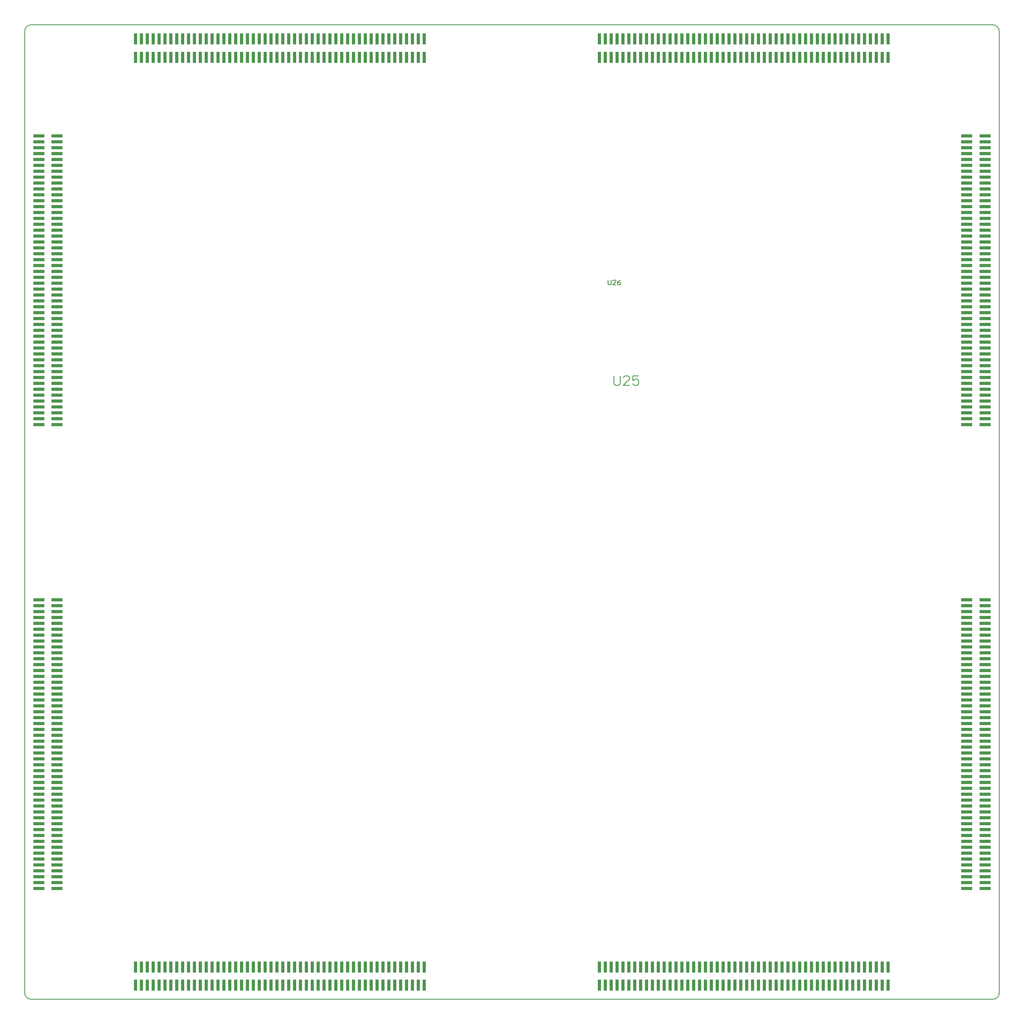
<source format=gbp>
G04 Layer_Color=128*
%FSLAX25Y25*%
%MOIN*%
G70*
G01*
G75*
%ADD12R,0.02913X0.09449*%
%ADD43C,0.00787*%
%ADD46C,0.00600*%
%ADD55R,0.09449X0.02913*%
D12*
X74350Y401378D02*
D03*
X79350D02*
D03*
X84350D02*
D03*
X89350D02*
D03*
X94350D02*
D03*
X99350D02*
D03*
X104350D02*
D03*
X109350D02*
D03*
X114350D02*
D03*
X119350D02*
D03*
X124350D02*
D03*
X129350D02*
D03*
X134350D02*
D03*
X139350D02*
D03*
X144350D02*
D03*
X149350D02*
D03*
X154350D02*
D03*
X159350D02*
D03*
X164350D02*
D03*
X169350D02*
D03*
X174350D02*
D03*
X179350D02*
D03*
X184350D02*
D03*
X189350D02*
D03*
X194350D02*
D03*
X199350D02*
D03*
X204350D02*
D03*
X209350D02*
D03*
X214350D02*
D03*
X219350D02*
D03*
X224350D02*
D03*
X229350D02*
D03*
X234350D02*
D03*
X239350D02*
D03*
X244350D02*
D03*
X249350D02*
D03*
X254350D02*
D03*
X259350D02*
D03*
X264350D02*
D03*
X269350D02*
D03*
X274350D02*
D03*
X279350D02*
D03*
X284350D02*
D03*
X289350D02*
D03*
X294350D02*
D03*
X299350D02*
D03*
X304350D02*
D03*
X309350D02*
D03*
X314350D02*
D03*
X319350D02*
D03*
X74350Y386024D02*
D03*
X79350D02*
D03*
X84350D02*
D03*
X89350D02*
D03*
X94350D02*
D03*
X99350D02*
D03*
X104350D02*
D03*
X109350D02*
D03*
X114350D02*
D03*
X119350D02*
D03*
X124350D02*
D03*
X129350D02*
D03*
X134350D02*
D03*
X139350D02*
D03*
X144350D02*
D03*
X149350D02*
D03*
X154350D02*
D03*
X159350D02*
D03*
X164350D02*
D03*
X169350D02*
D03*
X174350D02*
D03*
X179350D02*
D03*
X184350D02*
D03*
X189350D02*
D03*
X194350D02*
D03*
X199350D02*
D03*
X204350D02*
D03*
X209350D02*
D03*
X214350D02*
D03*
X219350D02*
D03*
X224350D02*
D03*
X229350D02*
D03*
X234350D02*
D03*
X239350D02*
D03*
X244350D02*
D03*
X249350D02*
D03*
X254350D02*
D03*
X259350D02*
D03*
X264350D02*
D03*
X269350D02*
D03*
X274350D02*
D03*
X279350D02*
D03*
X284350D02*
D03*
X289350D02*
D03*
X294350D02*
D03*
X299350D02*
D03*
X304350D02*
D03*
X309350D02*
D03*
X314350D02*
D03*
X319350D02*
D03*
X-74350Y386024D02*
D03*
X-79350D02*
D03*
X-84350D02*
D03*
X-89350D02*
D03*
X-94350D02*
D03*
X-99350D02*
D03*
X-104350D02*
D03*
X-109350D02*
D03*
X-114350D02*
D03*
X-119350D02*
D03*
X-124350D02*
D03*
X-129350D02*
D03*
X-134350D02*
D03*
X-139350D02*
D03*
X-144350D02*
D03*
X-149350D02*
D03*
X-154350D02*
D03*
X-159350D02*
D03*
X-164350D02*
D03*
X-169350D02*
D03*
X-174350D02*
D03*
X-179350D02*
D03*
X-184350D02*
D03*
X-189350D02*
D03*
X-194350D02*
D03*
X-199350D02*
D03*
X-204350D02*
D03*
X-209350D02*
D03*
X-214350D02*
D03*
X-219350D02*
D03*
X-224350D02*
D03*
X-229350D02*
D03*
X-234350D02*
D03*
X-239350D02*
D03*
X-244350D02*
D03*
X-249350D02*
D03*
X-254350D02*
D03*
X-259350D02*
D03*
X-264350D02*
D03*
X-269350D02*
D03*
X-274350D02*
D03*
X-279350D02*
D03*
X-284350D02*
D03*
X-289350D02*
D03*
X-294350D02*
D03*
X-299350D02*
D03*
X-304350D02*
D03*
X-309350D02*
D03*
X-314350D02*
D03*
X-319350D02*
D03*
X-74350Y401378D02*
D03*
X-79350D02*
D03*
X-84350D02*
D03*
X-89350D02*
D03*
X-94350D02*
D03*
X-99350D02*
D03*
X-104350D02*
D03*
X-109350D02*
D03*
X-114350D02*
D03*
X-119350D02*
D03*
X-124350D02*
D03*
X-129350D02*
D03*
X-134350D02*
D03*
X-139350D02*
D03*
X-144350D02*
D03*
X-149350D02*
D03*
X-154350D02*
D03*
X-159350D02*
D03*
X-164350D02*
D03*
X-169350D02*
D03*
X-174350D02*
D03*
X-179350D02*
D03*
X-184350D02*
D03*
X-189350D02*
D03*
X-194350D02*
D03*
X-199350D02*
D03*
X-204350D02*
D03*
X-209350D02*
D03*
X-214350D02*
D03*
X-219350D02*
D03*
X-224350D02*
D03*
X-229350D02*
D03*
X-234350D02*
D03*
X-239350D02*
D03*
X-244350D02*
D03*
X-249350D02*
D03*
X-254350D02*
D03*
X-259350D02*
D03*
X-264350D02*
D03*
X-269350D02*
D03*
X-274350D02*
D03*
X-279350D02*
D03*
X-284350D02*
D03*
X-289350D02*
D03*
X-294350D02*
D03*
X-299350D02*
D03*
X-304350D02*
D03*
X-309350D02*
D03*
X-314350D02*
D03*
X-319350D02*
D03*
X-74350Y-401378D02*
D03*
X-79350D02*
D03*
X-84350D02*
D03*
X-89350D02*
D03*
X-94350D02*
D03*
X-99350D02*
D03*
X-104350D02*
D03*
X-109350D02*
D03*
X-114350D02*
D03*
X-119350D02*
D03*
X-124350D02*
D03*
X-129350D02*
D03*
X-134350D02*
D03*
X-139350D02*
D03*
X-144350D02*
D03*
X-149350D02*
D03*
X-154350D02*
D03*
X-159350D02*
D03*
X-164350D02*
D03*
X-169350D02*
D03*
X-174350D02*
D03*
X-179350D02*
D03*
X-184350D02*
D03*
X-189350D02*
D03*
X-194350D02*
D03*
X-199350D02*
D03*
X-204350D02*
D03*
X-209350D02*
D03*
X-214350D02*
D03*
X-219350D02*
D03*
X-224350D02*
D03*
X-229350D02*
D03*
X-234350D02*
D03*
X-239350D02*
D03*
X-244350D02*
D03*
X-249350D02*
D03*
X-254350D02*
D03*
X-259350D02*
D03*
X-264350D02*
D03*
X-269350D02*
D03*
X-274350D02*
D03*
X-279350D02*
D03*
X-284350D02*
D03*
X-289350D02*
D03*
X-294350D02*
D03*
X-299350D02*
D03*
X-304350D02*
D03*
X-309350D02*
D03*
X-314350D02*
D03*
X-319350D02*
D03*
X-74350Y-386024D02*
D03*
X-79350D02*
D03*
X-84350D02*
D03*
X-89350D02*
D03*
X-94350D02*
D03*
X-99350D02*
D03*
X-104350D02*
D03*
X-109350D02*
D03*
X-114350D02*
D03*
X-119350D02*
D03*
X-124350D02*
D03*
X-129350D02*
D03*
X-134350D02*
D03*
X-139350D02*
D03*
X-144350D02*
D03*
X-149350D02*
D03*
X-154350D02*
D03*
X-159350D02*
D03*
X-164350D02*
D03*
X-169350D02*
D03*
X-174350D02*
D03*
X-179350D02*
D03*
X-184350D02*
D03*
X-189350D02*
D03*
X-194350D02*
D03*
X-199350D02*
D03*
X-204350D02*
D03*
X-209350D02*
D03*
X-214350D02*
D03*
X-219350D02*
D03*
X-224350D02*
D03*
X-229350D02*
D03*
X-234350D02*
D03*
X-239350D02*
D03*
X-244350D02*
D03*
X-249350D02*
D03*
X-254350D02*
D03*
X-259350D02*
D03*
X-264350D02*
D03*
X-269350D02*
D03*
X-274350D02*
D03*
X-279350D02*
D03*
X-284350D02*
D03*
X-289350D02*
D03*
X-294350D02*
D03*
X-299350D02*
D03*
X-304350D02*
D03*
X-309350D02*
D03*
X-314350D02*
D03*
X-319350D02*
D03*
X74350D02*
D03*
X79350D02*
D03*
X84350D02*
D03*
X89350D02*
D03*
X94350D02*
D03*
X99350D02*
D03*
X104350D02*
D03*
X109350D02*
D03*
X114350D02*
D03*
X119350D02*
D03*
X124350D02*
D03*
X129350D02*
D03*
X134350D02*
D03*
X139350D02*
D03*
X144350D02*
D03*
X149350D02*
D03*
X154350D02*
D03*
X159350D02*
D03*
X164350D02*
D03*
X169350D02*
D03*
X174350D02*
D03*
X179350D02*
D03*
X184350D02*
D03*
X189350D02*
D03*
X194350D02*
D03*
X199350D02*
D03*
X204350D02*
D03*
X209350D02*
D03*
X214350D02*
D03*
X219350D02*
D03*
X224350D02*
D03*
X229350D02*
D03*
X234350D02*
D03*
X239350D02*
D03*
X244350D02*
D03*
X249350D02*
D03*
X254350D02*
D03*
X259350D02*
D03*
X264350D02*
D03*
X269350D02*
D03*
X274350D02*
D03*
X279350D02*
D03*
X284350D02*
D03*
X289350D02*
D03*
X294350D02*
D03*
X299350D02*
D03*
X304350D02*
D03*
X309350D02*
D03*
X314350D02*
D03*
X319350D02*
D03*
X74350Y-401378D02*
D03*
X79350D02*
D03*
X84350D02*
D03*
X89350D02*
D03*
X94350D02*
D03*
X99350D02*
D03*
X104350D02*
D03*
X109350D02*
D03*
X114350D02*
D03*
X119350D02*
D03*
X124350D02*
D03*
X129350D02*
D03*
X134350D02*
D03*
X139350D02*
D03*
X144350D02*
D03*
X149350D02*
D03*
X154350D02*
D03*
X159350D02*
D03*
X164350D02*
D03*
X169350D02*
D03*
X174350D02*
D03*
X179350D02*
D03*
X184350D02*
D03*
X189350D02*
D03*
X194350D02*
D03*
X199350D02*
D03*
X204350D02*
D03*
X209350D02*
D03*
X214350D02*
D03*
X219350D02*
D03*
X224350D02*
D03*
X229350D02*
D03*
X234350D02*
D03*
X239350D02*
D03*
X244350D02*
D03*
X249350D02*
D03*
X254350D02*
D03*
X259350D02*
D03*
X264350D02*
D03*
X269350D02*
D03*
X274350D02*
D03*
X279350D02*
D03*
X284350D02*
D03*
X289350D02*
D03*
X294350D02*
D03*
X299350D02*
D03*
X304350D02*
D03*
X309350D02*
D03*
X314350D02*
D03*
X319350D02*
D03*
D43*
X408386Y-413386D02*
G03*
X413386Y-408386I0J5000D01*
G01*
Y408386D02*
G03*
X408386Y413386I-5000J0D01*
G01*
X-408386D02*
G03*
X-413386Y408386I0J-5000D01*
G01*
Y-408386D02*
G03*
X-408386Y-413386I5000J0D01*
G01*
X408386D01*
X-413386Y-408386D02*
Y408386D01*
X-408386Y413386D02*
X408386D01*
X413386Y-408386D02*
Y408386D01*
X86642Y115372D02*
Y108812D01*
X87954Y107500D01*
X90578D01*
X91889Y108812D01*
Y115372D01*
X99761Y107500D02*
X94513D01*
X99761Y112748D01*
Y114060D01*
X98449Y115372D01*
X95825D01*
X94513Y114060D01*
X107632Y115372D02*
X102385D01*
Y111436D01*
X105008Y112748D01*
X106320D01*
X107632Y111436D01*
Y108812D01*
X106320Y107500D01*
X103697D01*
X102385Y108812D01*
D46*
X81500Y196999D02*
Y193667D01*
X82166Y193000D01*
X83499D01*
X84166Y193667D01*
Y196999D01*
X88165Y193000D02*
X85499D01*
X88165Y195666D01*
Y196332D01*
X87498Y196999D01*
X86165D01*
X85499Y196332D01*
X92163Y196999D02*
X90830Y196332D01*
X89497Y194999D01*
Y193667D01*
X90164Y193000D01*
X91497D01*
X92163Y193667D01*
Y194333D01*
X91497Y194999D01*
X89497D01*
D55*
X386024Y74350D02*
D03*
Y79350D02*
D03*
Y84350D02*
D03*
Y89350D02*
D03*
Y94350D02*
D03*
Y99350D02*
D03*
Y104350D02*
D03*
Y109350D02*
D03*
Y114350D02*
D03*
Y119350D02*
D03*
Y124350D02*
D03*
Y129350D02*
D03*
Y134350D02*
D03*
Y139350D02*
D03*
Y144350D02*
D03*
Y149350D02*
D03*
Y154350D02*
D03*
Y159350D02*
D03*
Y164350D02*
D03*
Y169350D02*
D03*
Y174350D02*
D03*
Y179350D02*
D03*
Y184350D02*
D03*
Y189350D02*
D03*
Y194350D02*
D03*
Y199350D02*
D03*
Y204350D02*
D03*
Y209350D02*
D03*
Y214350D02*
D03*
Y219350D02*
D03*
Y224350D02*
D03*
Y229350D02*
D03*
Y234350D02*
D03*
Y239350D02*
D03*
Y244350D02*
D03*
Y249350D02*
D03*
Y254350D02*
D03*
Y259350D02*
D03*
Y264350D02*
D03*
Y269350D02*
D03*
Y274350D02*
D03*
Y279350D02*
D03*
Y284350D02*
D03*
Y289350D02*
D03*
Y294350D02*
D03*
Y299350D02*
D03*
Y304350D02*
D03*
Y309350D02*
D03*
Y314350D02*
D03*
Y319350D02*
D03*
X401378Y74350D02*
D03*
Y79350D02*
D03*
Y84350D02*
D03*
Y89350D02*
D03*
Y94350D02*
D03*
Y99350D02*
D03*
Y104350D02*
D03*
Y109350D02*
D03*
Y114350D02*
D03*
Y119350D02*
D03*
Y124350D02*
D03*
Y129350D02*
D03*
Y134350D02*
D03*
Y139350D02*
D03*
Y144350D02*
D03*
Y149350D02*
D03*
Y154350D02*
D03*
Y159350D02*
D03*
Y164350D02*
D03*
Y169350D02*
D03*
Y174350D02*
D03*
Y179350D02*
D03*
Y184350D02*
D03*
Y189350D02*
D03*
Y194350D02*
D03*
Y199350D02*
D03*
Y204350D02*
D03*
Y209350D02*
D03*
Y214350D02*
D03*
Y219350D02*
D03*
Y224350D02*
D03*
Y229350D02*
D03*
Y234350D02*
D03*
Y239350D02*
D03*
Y244350D02*
D03*
Y249350D02*
D03*
Y254350D02*
D03*
Y259350D02*
D03*
Y264350D02*
D03*
Y269350D02*
D03*
Y274350D02*
D03*
Y279350D02*
D03*
Y284350D02*
D03*
Y289350D02*
D03*
Y294350D02*
D03*
Y299350D02*
D03*
Y304350D02*
D03*
Y309350D02*
D03*
Y314350D02*
D03*
Y319350D02*
D03*
X-401378Y74350D02*
D03*
Y79350D02*
D03*
Y84350D02*
D03*
Y89350D02*
D03*
Y94350D02*
D03*
Y99350D02*
D03*
Y104350D02*
D03*
Y109350D02*
D03*
Y114350D02*
D03*
Y119350D02*
D03*
Y124350D02*
D03*
Y129350D02*
D03*
Y134350D02*
D03*
Y139350D02*
D03*
Y144350D02*
D03*
Y149350D02*
D03*
Y154350D02*
D03*
Y159350D02*
D03*
Y164350D02*
D03*
Y169350D02*
D03*
Y174350D02*
D03*
Y179350D02*
D03*
Y184350D02*
D03*
Y189350D02*
D03*
Y194350D02*
D03*
Y199350D02*
D03*
Y204350D02*
D03*
Y209350D02*
D03*
Y214350D02*
D03*
Y219350D02*
D03*
Y224350D02*
D03*
Y229350D02*
D03*
Y234350D02*
D03*
Y239350D02*
D03*
Y244350D02*
D03*
Y249350D02*
D03*
Y254350D02*
D03*
Y259350D02*
D03*
Y264350D02*
D03*
Y269350D02*
D03*
Y274350D02*
D03*
Y279350D02*
D03*
Y284350D02*
D03*
Y289350D02*
D03*
Y294350D02*
D03*
Y299350D02*
D03*
Y304350D02*
D03*
Y309350D02*
D03*
Y314350D02*
D03*
Y319350D02*
D03*
X-386024Y74350D02*
D03*
Y79350D02*
D03*
Y84350D02*
D03*
Y89350D02*
D03*
Y94350D02*
D03*
Y99350D02*
D03*
Y104350D02*
D03*
Y109350D02*
D03*
Y114350D02*
D03*
Y119350D02*
D03*
Y124350D02*
D03*
Y129350D02*
D03*
Y134350D02*
D03*
Y139350D02*
D03*
Y144350D02*
D03*
Y149350D02*
D03*
Y154350D02*
D03*
Y159350D02*
D03*
Y164350D02*
D03*
Y169350D02*
D03*
Y174350D02*
D03*
Y179350D02*
D03*
Y184350D02*
D03*
Y189350D02*
D03*
Y194350D02*
D03*
Y199350D02*
D03*
Y204350D02*
D03*
Y209350D02*
D03*
Y214350D02*
D03*
Y219350D02*
D03*
Y224350D02*
D03*
Y229350D02*
D03*
Y234350D02*
D03*
Y239350D02*
D03*
Y244350D02*
D03*
Y249350D02*
D03*
Y254350D02*
D03*
Y259350D02*
D03*
Y264350D02*
D03*
Y269350D02*
D03*
Y274350D02*
D03*
Y279350D02*
D03*
Y284350D02*
D03*
Y289350D02*
D03*
Y294350D02*
D03*
Y299350D02*
D03*
Y304350D02*
D03*
Y309350D02*
D03*
Y314350D02*
D03*
Y319350D02*
D03*
Y-74350D02*
D03*
Y-79350D02*
D03*
Y-84350D02*
D03*
Y-89350D02*
D03*
Y-94350D02*
D03*
Y-99350D02*
D03*
Y-104350D02*
D03*
Y-109350D02*
D03*
Y-114350D02*
D03*
Y-119350D02*
D03*
Y-124350D02*
D03*
Y-129350D02*
D03*
Y-134350D02*
D03*
Y-139350D02*
D03*
Y-144350D02*
D03*
Y-149350D02*
D03*
Y-154350D02*
D03*
Y-159350D02*
D03*
Y-164350D02*
D03*
Y-169350D02*
D03*
Y-174350D02*
D03*
Y-179350D02*
D03*
Y-184350D02*
D03*
Y-189350D02*
D03*
Y-194350D02*
D03*
Y-199350D02*
D03*
Y-204350D02*
D03*
Y-209350D02*
D03*
Y-214350D02*
D03*
Y-219350D02*
D03*
Y-224350D02*
D03*
Y-229350D02*
D03*
Y-234350D02*
D03*
Y-239350D02*
D03*
Y-244350D02*
D03*
Y-249350D02*
D03*
Y-254350D02*
D03*
Y-259350D02*
D03*
Y-264350D02*
D03*
Y-269350D02*
D03*
Y-274350D02*
D03*
Y-279350D02*
D03*
Y-284350D02*
D03*
Y-289350D02*
D03*
Y-294350D02*
D03*
Y-299350D02*
D03*
Y-304350D02*
D03*
Y-309350D02*
D03*
Y-314350D02*
D03*
Y-319350D02*
D03*
X-401378Y-74350D02*
D03*
Y-79350D02*
D03*
Y-84350D02*
D03*
Y-89350D02*
D03*
Y-94350D02*
D03*
Y-99350D02*
D03*
Y-104350D02*
D03*
Y-109350D02*
D03*
Y-114350D02*
D03*
Y-119350D02*
D03*
Y-124350D02*
D03*
Y-129350D02*
D03*
Y-134350D02*
D03*
Y-139350D02*
D03*
Y-144350D02*
D03*
Y-149350D02*
D03*
Y-154350D02*
D03*
Y-159350D02*
D03*
Y-164350D02*
D03*
Y-169350D02*
D03*
Y-174350D02*
D03*
Y-179350D02*
D03*
Y-184350D02*
D03*
Y-189350D02*
D03*
Y-194350D02*
D03*
Y-199350D02*
D03*
Y-204350D02*
D03*
Y-209350D02*
D03*
Y-214350D02*
D03*
Y-219350D02*
D03*
Y-224350D02*
D03*
Y-229350D02*
D03*
Y-234350D02*
D03*
Y-239350D02*
D03*
Y-244350D02*
D03*
Y-249350D02*
D03*
Y-254350D02*
D03*
Y-259350D02*
D03*
Y-264350D02*
D03*
Y-269350D02*
D03*
Y-274350D02*
D03*
Y-279350D02*
D03*
Y-284350D02*
D03*
Y-289350D02*
D03*
Y-294350D02*
D03*
Y-299350D02*
D03*
Y-304350D02*
D03*
Y-309350D02*
D03*
Y-314350D02*
D03*
Y-319350D02*
D03*
X401378Y-74350D02*
D03*
Y-79350D02*
D03*
Y-84350D02*
D03*
Y-89350D02*
D03*
Y-94350D02*
D03*
Y-99350D02*
D03*
Y-104350D02*
D03*
Y-109350D02*
D03*
Y-114350D02*
D03*
Y-119350D02*
D03*
Y-124350D02*
D03*
Y-129350D02*
D03*
Y-134350D02*
D03*
Y-139350D02*
D03*
Y-144350D02*
D03*
Y-149350D02*
D03*
Y-154350D02*
D03*
Y-159350D02*
D03*
Y-164350D02*
D03*
Y-169350D02*
D03*
Y-174350D02*
D03*
Y-179350D02*
D03*
Y-184350D02*
D03*
Y-189350D02*
D03*
Y-194350D02*
D03*
Y-199350D02*
D03*
Y-204350D02*
D03*
Y-209350D02*
D03*
Y-214350D02*
D03*
Y-219350D02*
D03*
Y-224350D02*
D03*
Y-229350D02*
D03*
Y-234350D02*
D03*
Y-239350D02*
D03*
Y-244350D02*
D03*
Y-249350D02*
D03*
Y-254350D02*
D03*
Y-259350D02*
D03*
Y-264350D02*
D03*
Y-269350D02*
D03*
Y-274350D02*
D03*
Y-279350D02*
D03*
Y-284350D02*
D03*
Y-289350D02*
D03*
Y-294350D02*
D03*
Y-299350D02*
D03*
Y-304350D02*
D03*
Y-309350D02*
D03*
Y-314350D02*
D03*
Y-319350D02*
D03*
X386024Y-74350D02*
D03*
Y-79350D02*
D03*
Y-84350D02*
D03*
Y-89350D02*
D03*
Y-94350D02*
D03*
Y-99350D02*
D03*
Y-104350D02*
D03*
Y-109350D02*
D03*
Y-114350D02*
D03*
Y-119350D02*
D03*
Y-124350D02*
D03*
Y-129350D02*
D03*
Y-134350D02*
D03*
Y-139350D02*
D03*
Y-144350D02*
D03*
Y-149350D02*
D03*
Y-154350D02*
D03*
Y-159350D02*
D03*
Y-164350D02*
D03*
Y-169350D02*
D03*
Y-174350D02*
D03*
Y-179350D02*
D03*
Y-184350D02*
D03*
Y-189350D02*
D03*
Y-194350D02*
D03*
Y-199350D02*
D03*
Y-204350D02*
D03*
Y-209350D02*
D03*
Y-214350D02*
D03*
Y-219350D02*
D03*
Y-224350D02*
D03*
Y-229350D02*
D03*
Y-234350D02*
D03*
Y-239350D02*
D03*
Y-244350D02*
D03*
Y-249350D02*
D03*
Y-254350D02*
D03*
Y-259350D02*
D03*
Y-264350D02*
D03*
Y-269350D02*
D03*
Y-274350D02*
D03*
Y-279350D02*
D03*
Y-284350D02*
D03*
Y-289350D02*
D03*
Y-294350D02*
D03*
Y-299350D02*
D03*
Y-304350D02*
D03*
Y-309350D02*
D03*
Y-314350D02*
D03*
Y-319350D02*
D03*
M02*

</source>
